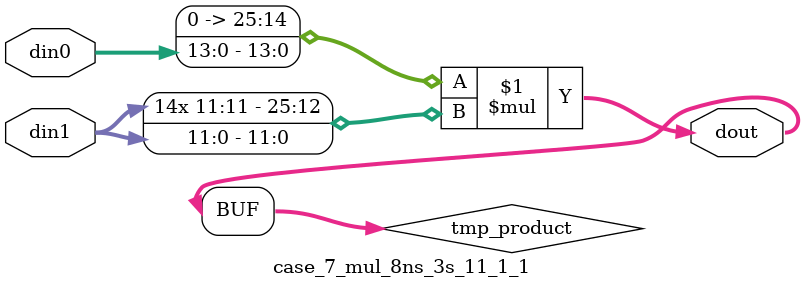
<source format=v>

`timescale 1 ns / 1 ps

 (* use_dsp = "no" *)  module case_7_mul_8ns_3s_11_1_1(din0, din1, dout);
parameter ID = 1;
parameter NUM_STAGE = 0;
parameter din0_WIDTH = 14;
parameter din1_WIDTH = 12;
parameter dout_WIDTH = 26;

input [din0_WIDTH - 1 : 0] din0; 
input [din1_WIDTH - 1 : 0] din1; 
output [dout_WIDTH - 1 : 0] dout;

wire signed [dout_WIDTH - 1 : 0] tmp_product;

























assign tmp_product = $signed({1'b0, din0}) * $signed(din1);










assign dout = tmp_product;





















endmodule

</source>
